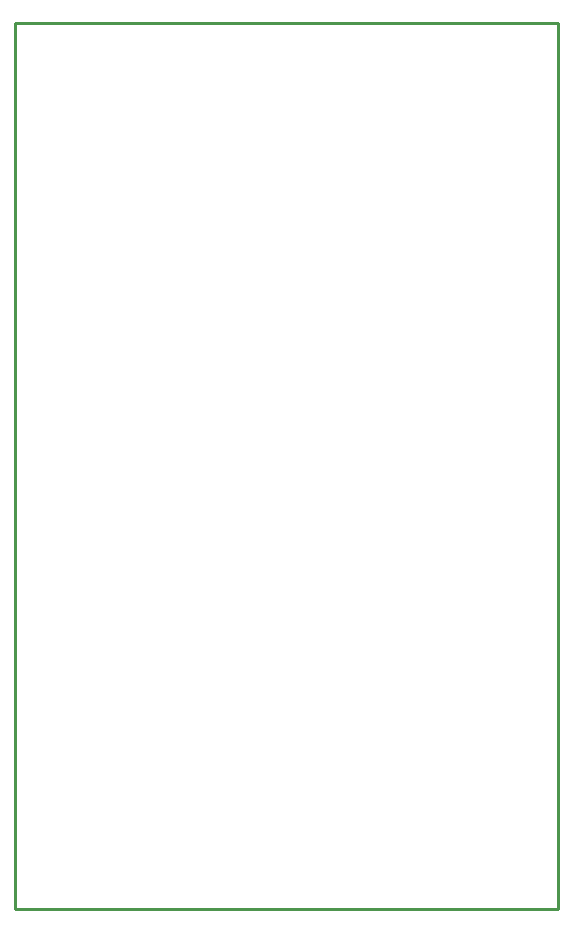
<source format=gbr>
%TF.GenerationSoftware,KiCad,Pcbnew,7.0.11-7.0.11~ubuntu22.04.1*%
%TF.CreationDate,2024-05-21T16:07:36+03:00*%
%TF.ProjectId,Neo6502PC-PWR_Rev_B,4e656f36-3530-4325-9043-2d5057525f52,B*%
%TF.SameCoordinates,PXd4ab5c0PY8b3c880*%
%TF.FileFunction,Profile,NP*%
%FSLAX46Y46*%
G04 Gerber Fmt 4.6, Leading zero omitted, Abs format (unit mm)*
G04 Created by KiCad (PCBNEW 7.0.11-7.0.11~ubuntu22.04.1) date 2024-05-21 16:07:36*
%MOMM*%
%LPD*%
G01*
G04 APERTURE LIST*
%TA.AperFunction,Profile*%
%ADD10C,0.254000*%
%TD*%
G04 APERTURE END LIST*
D10*
X0Y75000000D02*
X46000000Y75000000D01*
X46000000Y0D01*
X0Y0D01*
X0Y75000000D01*
M02*

</source>
